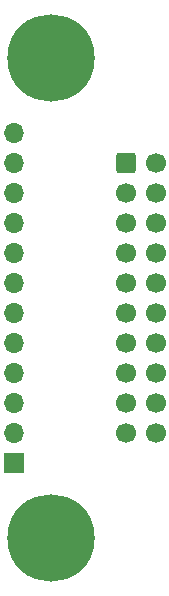
<source format=gbr>
%TF.GenerationSoftware,KiCad,Pcbnew,7.0.8*%
%TF.CreationDate,2023-10-01T20:09:57-07:00*%
%TF.ProjectId,jtag-breakout,6a746167-2d62-4726-9561-6b6f75742e6b,rev?*%
%TF.SameCoordinates,Original*%
%TF.FileFunction,Soldermask,Bot*%
%TF.FilePolarity,Negative*%
%FSLAX46Y46*%
G04 Gerber Fmt 4.6, Leading zero omitted, Abs format (unit mm)*
G04 Created by KiCad (PCBNEW 7.0.8) date 2023-10-01 20:09:57*
%MOMM*%
%LPD*%
G01*
G04 APERTURE LIST*
G04 Aperture macros list*
%AMRoundRect*
0 Rectangle with rounded corners*
0 $1 Rounding radius*
0 $2 $3 $4 $5 $6 $7 $8 $9 X,Y pos of 4 corners*
0 Add a 4 corners polygon primitive as box body*
4,1,4,$2,$3,$4,$5,$6,$7,$8,$9,$2,$3,0*
0 Add four circle primitives for the rounded corners*
1,1,$1+$1,$2,$3*
1,1,$1+$1,$4,$5*
1,1,$1+$1,$6,$7*
1,1,$1+$1,$8,$9*
0 Add four rect primitives between the rounded corners*
20,1,$1+$1,$2,$3,$4,$5,0*
20,1,$1+$1,$4,$5,$6,$7,0*
20,1,$1+$1,$6,$7,$8,$9,0*
20,1,$1+$1,$8,$9,$2,$3,0*%
G04 Aperture macros list end*
%ADD10C,1.700000*%
%ADD11RoundRect,0.250000X-0.600000X-0.600000X0.600000X-0.600000X0.600000X0.600000X-0.600000X0.600000X0*%
%ADD12R,1.700000X1.700000*%
%ADD13O,1.700000X1.700000*%
%ADD14C,7.400000*%
G04 APERTURE END LIST*
D10*
%TO.C,J1*%
X133350000Y-96520000D03*
X130810000Y-96520000D03*
X133350000Y-93980000D03*
X130810000Y-93980000D03*
X133350000Y-91440000D03*
X130810000Y-91440000D03*
X133350000Y-88900000D03*
X130810000Y-88900000D03*
X133350000Y-86360000D03*
X130810000Y-86360000D03*
X133350000Y-83820000D03*
X130810000Y-83820000D03*
X133350000Y-81280000D03*
X130810000Y-81280000D03*
X133350000Y-78740000D03*
X130810000Y-78740000D03*
X133350000Y-76200000D03*
X130810000Y-76200000D03*
X133350000Y-73660000D03*
D11*
X130810000Y-73660000D03*
%TD*%
D12*
%TO.C,J2*%
X121375000Y-99060000D03*
D13*
X121375000Y-96520000D03*
X121375000Y-93980000D03*
X121375000Y-91440000D03*
X121375000Y-88900000D03*
X121375000Y-86360000D03*
X121375000Y-83820000D03*
X121375000Y-81280000D03*
X121375000Y-78740000D03*
X121375000Y-76200000D03*
X121375000Y-73660000D03*
X121375000Y-71120000D03*
%TD*%
D14*
%TO.C,H2*%
X124460000Y-105410000D03*
%TD*%
%TO.C,H1*%
X124460000Y-64770000D03*
%TD*%
M02*

</source>
